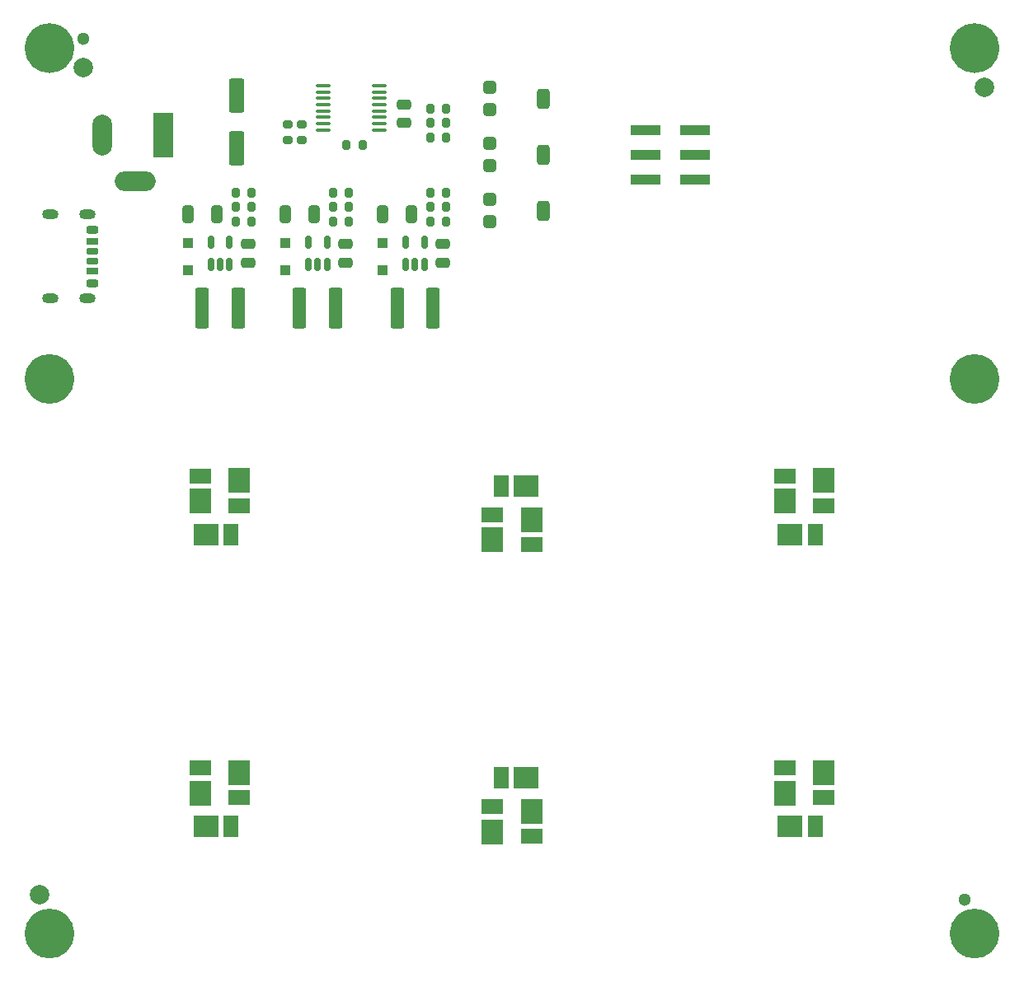
<source format=gts>
G04 #@! TF.GenerationSoftware,KiCad,Pcbnew,9.0.1-rc2*
G04 #@! TF.CreationDate,2025-03-29T14:30:59-07:00*
G04 #@! TF.ProjectId,backlight,6261636b-6c69-4676-9874-2e6b69636164,rev?*
G04 #@! TF.SameCoordinates,Original*
G04 #@! TF.FileFunction,Soldermask,Top*
G04 #@! TF.FilePolarity,Negative*
%FSLAX46Y46*%
G04 Gerber Fmt 4.6, Leading zero omitted, Abs format (unit mm)*
G04 Created by KiCad (PCBNEW 9.0.1-rc2) date 2025-03-29 14:30:59*
%MOMM*%
%LPD*%
G01*
G04 APERTURE LIST*
G04 Aperture macros list*
%AMRoundRect*
0 Rectangle with rounded corners*
0 $1 Rounding radius*
0 $2 $3 $4 $5 $6 $7 $8 $9 X,Y pos of 4 corners*
0 Add a 4 corners polygon primitive as box body*
4,1,4,$2,$3,$4,$5,$6,$7,$8,$9,$2,$3,0*
0 Add four circle primitives for the rounded corners*
1,1,$1+$1,$2,$3*
1,1,$1+$1,$4,$5*
1,1,$1+$1,$6,$7*
1,1,$1+$1,$8,$9*
0 Add four rect primitives between the rounded corners*
20,1,$1+$1,$2,$3,$4,$5,0*
20,1,$1+$1,$4,$5,$6,$7,0*
20,1,$1+$1,$6,$7,$8,$9,0*
20,1,$1+$1,$8,$9,$2,$3,0*%
G04 Aperture macros list end*
%ADD10C,2.575000*%
%ADD11R,2.200000X1.550000*%
%ADD12R,2.200000X2.500000*%
%ADD13O,4.200000X2.000000*%
%ADD14O,2.000000X4.200000*%
%ADD15R,2.000000X4.600000*%
%ADD16R,1.550000X2.200000*%
%ADD17R,2.500000X2.200000*%
%ADD18RoundRect,0.250000X0.550000X-1.500000X0.550000X1.500000X-0.550000X1.500000X-0.550000X-1.500000X0*%
%ADD19R,3.150000X1.000000*%
%ADD20RoundRect,0.150000X0.150000X-0.512500X0.150000X0.512500X-0.150000X0.512500X-0.150000X-0.512500X0*%
%ADD21RoundRect,0.100000X0.637500X0.100000X-0.637500X0.100000X-0.637500X-0.100000X0.637500X-0.100000X0*%
%ADD22C,1.300000*%
%ADD23C,2.000000*%
%ADD24O,1.700000X1.000000*%
%ADD25RoundRect,0.200000X-0.400000X0.200000X-0.400000X-0.200000X0.400000X-0.200000X0.400000X0.200000X0*%
%ADD26RoundRect,0.190000X-0.410000X0.190000X-0.410000X-0.190000X0.410000X-0.190000X0.410000X0.190000X0*%
%ADD27RoundRect,0.175000X0.425000X-0.175000X0.425000X0.175000X-0.425000X0.175000X-0.425000X-0.175000X0*%
%ADD28RoundRect,0.200000X0.400000X-0.200000X0.400000X0.200000X-0.400000X0.200000X-0.400000X-0.200000X0*%
%ADD29RoundRect,0.190000X0.410000X-0.190000X0.410000X0.190000X-0.410000X0.190000X-0.410000X-0.190000X0*%
%ADD30RoundRect,0.175000X-0.425000X0.175000X-0.425000X-0.175000X0.425000X-0.175000X0.425000X0.175000X0*%
%ADD31RoundRect,0.200000X-0.200000X-0.275000X0.200000X-0.275000X0.200000X0.275000X-0.200000X0.275000X0*%
%ADD32RoundRect,0.250000X-0.325000X-0.650000X0.325000X-0.650000X0.325000X0.650000X-0.325000X0.650000X0*%
%ADD33C,2.200000*%
%ADD34RoundRect,0.250000X-0.475000X0.250000X-0.475000X-0.250000X0.475000X-0.250000X0.475000X0.250000X0*%
%ADD35RoundRect,0.250000X-0.300000X0.300000X-0.300000X-0.300000X0.300000X-0.300000X0.300000X0.300000X0*%
%ADD36RoundRect,0.200000X0.200000X0.275000X-0.200000X0.275000X-0.200000X-0.275000X0.200000X-0.275000X0*%
%ADD37RoundRect,0.249999X0.450001X1.850001X-0.450001X1.850001X-0.450001X-1.850001X0.450001X-1.850001X0*%
%ADD38RoundRect,0.250000X0.400000X-0.400000X0.400000X0.400000X-0.400000X0.400000X-0.400000X-0.400000X0*%
%ADD39RoundRect,0.250000X0.400000X-0.750000X0.400000X0.750000X-0.400000X0.750000X-0.400000X-0.750000X0*%
%ADD40RoundRect,0.200000X-0.275000X0.200000X-0.275000X-0.200000X0.275000X-0.200000X0.275000X0.200000X0*%
G04 APERTURE END LIST*
D10*
X180787500Y-88500000D02*
G75*
G02*
X178212500Y-88500000I-1287500J0D01*
G01*
X178212500Y-88500000D02*
G75*
G02*
X180787500Y-88500000I1287500J0D01*
G01*
X85787500Y-88500000D02*
G75*
G02*
X83212500Y-88500000I-1287500J0D01*
G01*
X83212500Y-88500000D02*
G75*
G02*
X85787500Y-88500000I1287500J0D01*
G01*
X85787500Y-54500000D02*
G75*
G02*
X83212500Y-54500000I-1287500J0D01*
G01*
X83212500Y-54500000D02*
G75*
G02*
X85787500Y-54500000I1287500J0D01*
G01*
X85787500Y-145500000D02*
G75*
G02*
X83212500Y-145500000I-1287500J0D01*
G01*
X83212500Y-145500000D02*
G75*
G02*
X85787500Y-145500000I1287500J0D01*
G01*
X180787500Y-145500000D02*
G75*
G02*
X178212500Y-145500000I-1287500J0D01*
G01*
X178212500Y-145500000D02*
G75*
G02*
X180787500Y-145500000I1287500J0D01*
G01*
X180787500Y-54500000D02*
G75*
G02*
X178212500Y-54500000I-1287500J0D01*
G01*
X178212500Y-54500000D02*
G75*
G02*
X180787500Y-54500000I1287500J0D01*
G01*
D11*
X104000000Y-131525000D03*
D12*
X104000000Y-128950000D03*
D11*
X130000002Y-132475000D03*
D12*
X130000002Y-135050000D03*
D11*
X164000000Y-101525000D03*
D12*
X164000000Y-98950000D03*
D11*
X104000000Y-101525000D03*
D12*
X104000000Y-98950000D03*
D11*
X130000001Y-102474999D03*
D12*
X130000001Y-105049999D03*
D11*
X164000000Y-131525000D03*
D12*
X164000000Y-128950000D03*
D13*
X93300000Y-68225001D03*
D14*
X89900000Y-63425001D03*
D15*
X96200000Y-63425001D03*
D16*
X130875002Y-129500000D03*
D17*
X133450002Y-129500000D03*
D16*
X163125000Y-134500000D03*
D17*
X160550000Y-134500000D03*
D11*
X100000000Y-98475000D03*
D12*
X100000000Y-101050000D03*
D16*
X163125000Y-104500000D03*
D17*
X160550000Y-104500000D03*
D16*
X130875001Y-99499999D03*
D17*
X133450001Y-99499999D03*
D11*
X133999999Y-105524999D03*
D12*
X133999999Y-102949999D03*
D11*
X160000000Y-98475000D03*
D12*
X160000000Y-101050000D03*
D11*
X160000000Y-128475000D03*
D12*
X160000000Y-131050000D03*
D16*
X103125000Y-104500000D03*
D17*
X100550000Y-104500000D03*
D16*
X103125000Y-134500000D03*
D17*
X100550000Y-134500000D03*
D11*
X100000000Y-128475000D03*
D12*
X100000000Y-131050000D03*
D11*
X134000000Y-135525000D03*
D12*
X134000000Y-132950000D03*
D18*
X103750000Y-59387500D03*
X103750000Y-64787500D03*
D19*
X145712500Y-62910000D03*
X150762500Y-62910000D03*
X145712500Y-65450000D03*
X150762500Y-65450000D03*
X145712500Y-67990000D03*
X150762500Y-67990000D03*
D20*
X121093750Y-74487500D03*
X122993750Y-74487500D03*
X122993750Y-76762500D03*
X122043750Y-76762500D03*
X121093750Y-76762500D03*
X101093750Y-74487500D03*
X102993750Y-74487500D03*
X102993750Y-76762500D03*
X102043750Y-76762500D03*
X101093750Y-76762500D03*
X111093750Y-74487500D03*
X112993750Y-74487500D03*
X112993750Y-76762500D03*
X112043750Y-76762500D03*
X111093750Y-76762500D03*
D21*
X112649999Y-62912500D03*
X112649999Y-62262500D03*
X112649999Y-61612500D03*
X112649999Y-60962500D03*
X112649999Y-60312500D03*
X112649999Y-59662500D03*
X112649999Y-59012500D03*
X112649999Y-58362500D03*
X118374999Y-58362500D03*
X118374999Y-59012500D03*
X118374999Y-59662500D03*
X118374999Y-60312500D03*
X118374999Y-60962500D03*
X118374999Y-61612500D03*
X118374999Y-62262500D03*
X118374999Y-62912500D03*
D22*
X178500000Y-142000000D03*
X88000000Y-53500000D03*
D23*
X83500000Y-141500000D03*
X88000000Y-56500000D03*
X180500000Y-58500000D03*
D24*
X84600000Y-80220000D03*
X88400000Y-80220000D03*
X84600000Y-71580000D03*
X88400000Y-71580000D03*
D25*
X88900000Y-73150000D03*
D26*
X88900000Y-74380000D03*
D27*
X88899999Y-76400000D03*
D28*
X88900000Y-78650000D03*
D29*
X88900000Y-77420000D03*
D30*
X88899999Y-75400000D03*
D31*
X115243750Y-72350002D03*
X113593750Y-72350002D03*
X125250000Y-62200000D03*
X123600000Y-62200000D03*
D32*
X121693750Y-71587500D03*
X118743750Y-71587500D03*
D31*
X125243750Y-70850000D03*
X123593750Y-70850000D03*
D33*
X179500000Y-88500000D03*
D31*
X115243749Y-70850002D03*
X113593749Y-70850002D03*
D34*
X120887499Y-62212498D03*
X120887499Y-60312500D03*
D35*
X98743750Y-77300000D03*
X98743750Y-74500000D03*
D34*
X124893750Y-76537500D03*
X124893750Y-74637500D03*
X104893750Y-76537500D03*
X104893750Y-74637500D03*
D31*
X105243750Y-70850000D03*
X103593750Y-70850000D03*
D33*
X84500000Y-88500000D03*
D32*
X101693750Y-71587500D03*
X98743750Y-71587500D03*
D33*
X84500000Y-54500000D03*
D35*
X118743750Y-77300000D03*
X118743750Y-74500000D03*
X108743750Y-77300000D03*
X108743750Y-74500000D03*
D31*
X105243750Y-69350000D03*
X103593750Y-69350000D03*
D33*
X84500000Y-145500000D03*
D31*
X115243750Y-69350000D03*
X113593750Y-69350000D03*
X125250000Y-63700000D03*
X123600000Y-63700000D03*
D34*
X114893750Y-76537500D03*
X114893750Y-74637500D03*
D31*
X105243750Y-72350000D03*
X103593750Y-72350000D03*
D36*
X114987500Y-64437498D03*
X116637500Y-64437498D03*
D37*
X100193750Y-81237500D03*
X103893750Y-81237500D03*
D32*
X111693750Y-71587500D03*
X108743750Y-71587500D03*
D37*
X120193750Y-81237500D03*
X123893750Y-81237500D03*
D38*
X129737500Y-60850000D03*
D39*
X135237500Y-59700000D03*
D38*
X129737500Y-58550000D03*
X129737500Y-64300000D03*
D39*
X135237500Y-65450000D03*
D38*
X129737500Y-66600000D03*
D40*
X110425000Y-63987500D03*
X110425000Y-62337500D03*
D31*
X125243750Y-72339998D03*
X123593750Y-72339998D03*
X125243750Y-69350000D03*
X123593750Y-69350000D03*
X125250000Y-60700000D03*
X123600000Y-60700000D03*
D38*
X129737500Y-72350000D03*
D39*
X135237500Y-71200000D03*
D38*
X129737500Y-70050000D03*
D33*
X179500000Y-145500000D03*
X179500000Y-54500000D03*
D40*
X108950000Y-63987500D03*
X108950000Y-62337500D03*
D37*
X110193750Y-81237500D03*
X113893750Y-81237500D03*
M02*

</source>
